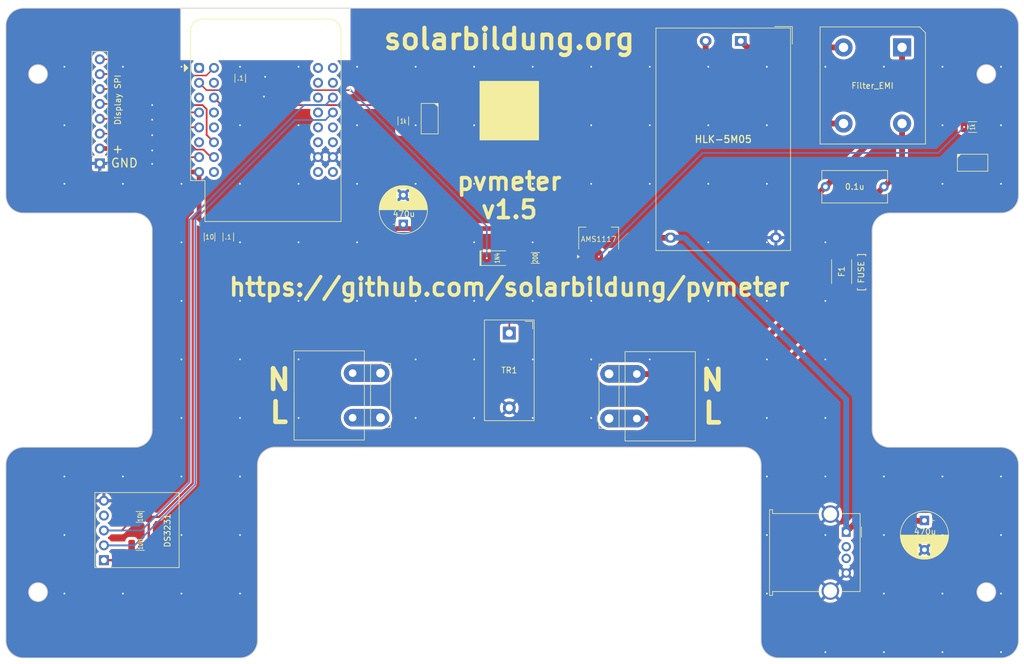
<source format=kicad_pcb>
(kicad_pcb (version 20241229) (generator "pcbnew") (generator_version "9.0")
  (title_block (title "PVMeter") (rev "1.4"))
  (layers (0 "F.Cu" signal) (2 "B.Cu" signal) (13 "F.Paste" user) (15 "B.Paste" user) (5 "F.SilkS" user "F.Silkscreen") (7 "B.SilkS" user "B.Silkscreen") (1 "F.Mask" user) (3 "B.Mask" user) (25 "Edge.Cuts" user))
  (net 0 "")
  (net 1 "+3V3")
  (net 2 "Net-(D1-A)")
  (net 3 "Net-(D2-A)")
  (net 4 "GND")
  (net 5 "LED")
  (net 7 "SCL")
  (net 8 "ADC1")
  (net 10 "MOSI")
  (net 18 "SDA")
  (net 22 "SCK")
  (net 27 "CS")
  (net 28 "BL")
  (net 32 "230V_N")
  (net 33 "230V_L")
  (net 34 "Net-(D3-A)")
  (net 35 "DC")
  (net 36 "RST")
  (net 37 "+5V")
  (net 38 "MISO")
  (net 40 "Net-(PS1-AC{slash}L)")
  (net 41 "Net-(PS1-AC{slash}N)")
  (net 42 "Net-(C6-Pad1)")
  (net 43 "230V_N2")
  (net 44 "230V_L2")
  (footprint "Resistor_SMD:R_1206_3216Metric" (layer "F.Cu") (at 137.9 60.2625 90)
    (property "Reference" "R2" (hide yes))
    (property "Value" "1k" (at -0.031 -0.005 0) (layer "F.SilkS") (effects (font (size 0.8 0.6) (thickness 0.12) (bold yes))))
    (pad "1" smd roundrect (at -1.4625 0 90) (size 1.125 1.75) (layers "F.Cu" "F.Mask" "F.Paste") (roundrect_rratio 0.2222222222) (net 5 "LED"))
    (pad "2" smd roundrect (at 1.4625 0 90) (size 1.125 1.75) (layers "F.Cu" "F.Mask" "F.Paste") (roundrect_rratio 0.2222222222) (net 3 "Net-(D2-A)"))
  )
  (footprint "pvmeter:LED_PLCC_2835_Handsoldering" (layer "F.Cu") (at 142.4 59.9675 90)
    (property "Reference" "D2" (hide yes))
    (property "Value" "LED")
    (pad "1" smd rect (at -1.05 0 90) (size 2.5 2.2) (layers "F.Cu" "F.Mask" "F.Paste") (net 4 "GND"))
    (pad "2" smd rect (at 1.525 0 90) (size 1.55 2.2) (layers "F.Cu" "F.Mask" "F.Paste") (net 3 "Net-(D2-A)"))
  )
  (footprint "Resistor_SMD:R_1206_3216Metric" (layer "F.Cu") (at 92.95 127.9)
    (property "Reference" "R4" (hide yes))
    (property "Value" "10k")
    (pad "1" smd roundrect (at -1.4625 0) (size 1.125 1.75) (layers "F.Cu" "F.Mask" "F.Paste") (roundrect_rratio 0.222222) (net 7 "SCL"))
    (pad "2" smd roundrect (at 1.4625 0) (size 1.125 1.75) (layers "F.Cu" "F.Mask" "F.Paste") (roundrect_rratio 0.222222) (net 1 "+3V3"))
  )
  (footprint "pvmeter:Solder-Terminal_1x02_P7.62" (layer "F.Cu") (at 173.04125 103.47 -90)
    (property "Reference" "J4" (hide yes))
    (property "Value" "Conn_01x02")
    (pad "1" thru_hole circle (at 0 0 270) (size 3 3) (drill 1.5) (layers "*.Cu" "*.Mask") (net 32 "230V_N"))
    (pad "2" thru_hole circle (at 7.62 0 270) (size 3 3) (drill 1.5) (layers "*.Cu" "*.Mask") (net 33 "230V_L"))
  )
  (footprint "Resistor_SMD:R_1206_3216Metric" (layer "F.Cu") (at 92.95 132.7)
    (property "Reference" "R3" (hide yes))
    (property "Value" "10k")
    (pad "1" smd roundrect (at -1.4625 0) (size 1.125 1.75) (layers "F.Cu" "F.Mask" "F.Paste") (roundrect_rratio 0.222222) (net 18 "SDA"))
    (pad "2" smd roundrect (at 1.4625 0) (size 1.125 1.75) (layers "F.Cu" "F.Mask" "F.Paste") (roundrect_rratio 0.222222) (net 1 "+3V3"))
  )
  (footprint "pvmeter:CP_Radial_D8.0mm_P5.00mm" (layer "F.Cu") (at 137.9 77.93 90)
    (property "Reference" "C3" (hide yes))
    (property "Value" "470uF")
    (pad "1" thru_hole rect (at 0 0 90) (size 1.6 1.6) (drill 0.8) (layers "*.Cu" "*.Mask") (net 1 "+3V3"))
    (pad "2" thru_hole circle (at 5 0 90) (size 1.6 1.6) (drill 0.8) (layers "*.Cu" "*.Mask") (net 4 "GND"))
  )
  (footprint "Package_TO_SOT_SMD:SOT-223" (layer "F.Cu") (at 171.275 80.3125 90)
    (property "Reference" "U3" (hide yes))
    (property "Value" "AMS1117" (at -0.15 0 0) (layer "F.SilkS") (effects (font (size 0.9 0.9) (thickness 0.12))))
    (pad "1" smd roundrect (at -3.15 -2.3 90) (size 2 1.5) (layers "F.Cu" "F.Mask" "F.Paste") (net 4 "GND"))
    (pad "2" smd roundrect (at -3.15 0 90) (size 2 1.5) (layers "F.Cu" "F.Mask" "F.Paste") (net 1 "+3V3"))
    (pad "3" smd roundrect (at -3.15 2.3 90) (size 2 1.5) (layers "F.Cu" "F.Mask" "F.Paste") (net 37 "+5V"))
    (pad "4" smd roundrect (at 3.15 0 90) (size 2 3.8) (layers "F.Cu" "F.Mask" "F.Paste"))
  )
  (footprint "Capacitor_SMD:C_1206_3216Metric_Pad1.33x1.80mm_HandSolder" (layer "F.Cu") (at 104.8 80.09 -90)
    (property "Reference" "C5" (hide yes))
    (property "Value" "10u")
    (pad "1" smd roundrect (at -1.5625 0 270) (size 1.325 1.8) (layers "F.Cu" "F.Mask" "F.Paste") (roundrect_rratio 0.188679) (net 1 "+3V3"))
    (pad "2" smd roundrect (at 1.5625 0 270) (size 1.325 1.8) (layers "F.Cu" "F.Mask" "F.Paste") (roundrect_rratio 0.188679) (net 4 "GND"))
  )
  (footprint "pvmeter:Diode_1N4001_5x2.5mm_HandSolder" (layer "F.Cu") (at 154.0825 83.7)
    (property "Reference" "D3" (hide yes))
    (property "Value" "1N4001")
    (pad "1" smd roundrect (at -1.925 0) (size 1.75 2) (layers "F.Cu" "F.Mask" "F.Paste") (roundrect_rratio 0.175439) (net 8 "ADC1"))
    (pad "2" smd roundrect (at 1.925 0) (size 1.8 2) (layers "F.Cu" "F.Mask" "F.Paste") (roundrect_rratio 0.175439) (net 34 "Net-(D3-A)"))
  )
  (footprint "pvmeter:WEMOS-S2-mini" (layer "F.Cu") (at 103.01 51.2)
    (property "Reference" "U1" (hide yes))
    (property "Value" "WeMos_S2_mini" (hide yes))
    (pad "1" thru_hole roundrect (at 0 0) (size 1.7 1.7) (drill 1) (layers "*.Cu" "*.Mask") (roundrect_rratio 0.35) (chamfer_ratio 0.2) (chamfer top_left bottom_right))
    (pad "2" thru_hole circle (at 0 2.54) (size 1.7 1.7) (drill 1) (layers "*.Cu" "*.Mask") (net 8 "ADC1"))
    (pad "3" thru_hole circle (at 0 5.08) (size 1.7 1.7) (drill 1) (layers "*.Cu" "*.Mask"))
    (pad "4" thru_hole circle (at 0 7.62) (size 1.7 1.7) (drill 1) (layers "*.Cu" "*.Mask") (net 35 "DC"))
    (pad "5" thru_hole circle (at 0 10.16) (size 1.7 1.7) (drill 1) (layers "*.Cu" "*.Mask") (net 36 "RST"))
    (pad "6" thru_hole circle (at 0 12.7) (size 1.7 1.7) (drill 1) (layers "*.Cu" "*.Mask") (net 38 "MISO"))
    (pad "7" thru_hole circle (at 0 15.24) (size 1.7 1.7) (drill 1) (layers "*.Cu" "*.Mask") (net 22 "SCK"))
    (pad "8" thru_hole circle (at 0 17.78) (size 1.7 1.7) (drill 1) (layers "*.Cu" "*.Mask") (net 1 "+3V3"))
    (pad "9" thru_hole circle (at 22.86 17.78) (size 1.7 1.7) (drill 1) (layers "*.Cu" "*.Mask"))
    (pad "10" thru_hole circle (at 22.86 15.24) (size 1.7 1.7) (drill 1) (layers "*.Cu" "*.Mask") (net 4 "GND"))
    (pad "11" thru_hole circle (at 22.86 12.7) (size 1.7 1.7) (drill 1) (layers "*.Cu" "*.Mask"))
    (pad "12" thru_hole circle (at 22.86 10.16) (size 1.7 1.7) (drill 1) (layers "*.Cu" "*.Mask"))
    (pad "13" thru_hole circle (at 22.86 7.62) (size 1.7 1.7) (drill 1) (layers "*.Cu" "*.Mask") (net 18 "SDA"))
    (pad "14" thru_hole circle (at 22.86 5.08) (size 1.7 1.7) (drill 1) (layers "*.Cu" "*.Mask") (net 7 "SCL"))
    (pad "15" thru_hole circle (at 22.86 2.54) (size 1.7 1.7) (drill 1) (layers "*.Cu" "*.Mask"))
    (pad "16" thru_hole circle (at 22.86 0) (size 1.7 1.7) (drill 1) (layers "*.Cu" "*.Mask"))
    (pad "17" thru_hole circle (at 2.54 0) (size 1.7 1.7) (drill 1) (layers "*.Cu" "*.Mask") (net 28 "BL"))
    (pad "18" thru_hole circle (at 2.54 2.54) (size 1.7 1.7) (drill 1) (layers "*.Cu" "*.Mask"))
    (pad "19" thru_hole circle (at 2.54 5.08) (size 1.7 1.7) (drill 1) (layers "*.Cu" "*.Mask") (net 5 "LED"))
    (pad "20" thru_hole circle (at 2.54 7.62) (size 1.7 1.7) (drill 1) (layers "*.Cu" "*.Mask"))
    (pad "21" thru_hole circle (at 2.54 10.16) (size 1.7 1.7) (drill 1) (layers "*.Cu" "*.Mask"))
    (pad "22" thru_hole circle (at 2.54 12.7) (size 1.7 1.7) (drill 1) (layers "*.Cu" "*.Mask") (net 27 "CS"))
    (pad "23" thru_hole circle (at 2.54 15.24) (size 1.7 1.7) (drill 1) (layers "*.Cu" "*.Mask") (net 10 "MOSI"))
    (pad "24" thru_hole circle (at 2.54 17.78) (size 1.7 1.7) (drill 1) (layers "*.Cu" "*.Mask"))
    (pad "25" thru_hole circle (at 20.32 17.78) (size 1.7 1.7) (drill 1) (layers "*.Cu" "*.Mask"))
    (pad "26" thru_hole circle (at 20.32 15.24) (size 1.7 1.7) (drill 1) (layers "*.Cu" "*.Mask") (net 4 "GND"))
    (pad "27" thru_hole circle (at 20.32 12.7) (size 1.7 1.7) (drill 1) (layers "*.Cu" "*.Mask"))
    (pad "28" thru_hole circle (at 20.32 10.16) (size 1.7 1.7) (drill 1) (layers "*.Cu" "*.Mask"))
    (pad "29" thru_hole circle (at 20.32 7.62) (size 1.7 1.7) (drill 1) (layers "*.Cu" "*.Mask"))
    (pad "30" thru_hole circle (at 20.32 5.08) (size 1.7 1.7) (drill 1) (layers "*.Cu" "*.Mask"))
    (pad "31" thru_hole circle (at 20.32 2.54) (size 1.7 1.7) (drill 1) (layers "*.Cu" "*.Mask"))
    (pad "32" thru_hole circle (at 20.32 0) (size 1.7 1.7) (drill 1) (layers "*.Cu" "*.Mask"))
  )
  (footprint "pvmeter:RTC_DS3231" (layer "F.Cu") (at 86.75 135.3 180)
    (property "Reference" "U2" (hide yes))
    (property "Value" "DS3231" (at -10.85 5.075 90) (layer "F.SilkS"))
    (pad "1" thru_hole rect (at 0 0 180) (size 1.7 1.7) (drill 1) (layers "*.Cu" "*.Mask") (net 1 "+3V3"))
    (pad "2" thru_hole oval (at 0 2.54 180) (size 1.7 1.7) (drill 1) (layers "*.Cu" "*.Mask") (net 18 "SDA"))
    (pad "3" thru_hole oval (at 0 5.08 180) (size 1.7 1.7) (drill 1) (layers "*.Cu" "*.Mask") (net 7 "SCL"))
    (pad "4" thru_hole oval (at 0 7.62 180) (size 1.7 1.7) (drill 1) (layers "*.Cu" "*.Mask"))
    (pad "5" thru_hole oval (at 0 10.16 180) (size 1.7 1.7) (drill 1) (layers "*.Cu" "*.Mask") (net 4 "GND"))
  )
  (footprint "Capacitor_THT:C_Rect_L11.0mm_W5.3mm_P10.00mm_MKT" (layer "F.Cu") (at 220.01 71.5 180)
    (property "Reference" "C6" (hide yes))
    (property "Value" "0.1u" (at 5 0 0) (layer "F.SilkS"))
    (pad "1" thru_hole circle (at 0 0 180) (size 1.6 1.6) (drill 0.8) (layers "*.Cu" "*.Mask") (net 42 "Net-(C6-Pad1)"))
    (pad "2" thru_hole circle (at 10 0 180) (size 1.6 1.6) (drill 0.8) (layers "*.Cu" "*.Mask") (net 32 "230V_N"))
  )
  (footprint "Capacitor_SMD:C_1206_3216Metric_Pad1.33x1.80mm_HandSolder" (layer "F.Cu") (at 110.04 52.98 90)
    (property "Reference" "C1" (hide yes))
    (property "Value" "100n")
    (pad "1" smd roundrect (at -1.5625 0 90) (size 1.325 1.8) (layers "F.Cu" "F.Mask" "F.Paste") (roundrect_rratio 0.188679) (net 8 "ADC1"))
    (pad "2" smd roundrect (at 1.5625 0 90) (size 1.325 1.8) (layers "F.Cu" "F.Mask" "F.Paste") (roundrect_rratio 0.188679) (net 4 "GND"))
  )
  (footprint "pvmeter:HLK-5MXX" (layer "F.Cu") (at 192.55 63.4 -90)
    (property "Reference" "PS1" (hide yes))
    (property "Value" "HLK-5M05" (at 0 0 0) (layer "F.SilkS") (effects (font (size 1.2 1.2) (thickness 0.2) (bold yes))))
    (pad "1" thru_hole oval (at -16.8 3 270) (size 1.7 2) (drill 1) (layers "*.Cu" "*.Mask") (net 40 "Net-(PS1-AC{slash}L)"))
    (pad "2" thru_hole rect (at -16.8 -3 270) (size 1.7 2) (drill 1) (layers "*.Cu" "*.Mask") (net 41 "Net-(PS1-AC{slash}N)"))
    (pad "3" thru_hole oval (at 16.8 -9 270) (size 1.7 2) (drill 1) (layers "*.Cu" "*.Mask") (net 4 "GND"))
    (pad "4" thru_hole oval (at 16.8 9 270) (size 1.7 2) (drill 1) (layers "*.Cu" "*.Mask") (net 37 "+5V"))
  )
  (footprint "pvmeter:CP_Radial_D8.0mm_P5.00mm" (layer "F.Cu") (at 226.92 128.51 -90)
    (property "Reference" "C2" (hide yes))
    (property "Value" "470uF")
    (pad "1" thru_hole rect (at 0 0 270) (size 1.6 1.6) (drill 0.8) (layers "*.Cu" "*.Mask") (net 37 "+5V"))
    (pad "2" thru_hole circle (at 5 0 270) (size 1.6 1.6) (drill 0.8) (layers "*.Cu" "*.Mask") (net 4 "GND"))
  )
  (footprint "pvmeter:Terminal_1x02_P7.62mm" (layer "F.Cu") (at 177.785 103.49 -90)
    (property "Reference" "J2" (hide yes))
    (property "Value" "AC 230V")
    (pad "1" thru_hole circle (at 0 0 270) (size 3 3) (drill 1.3) (layers "*.Cu" "*.Mask") (net 32 "230V_N"))
    (pad "2" thru_hole circle (at 7.62 0 270) (size 3 3) (drill 1.3) (layers "*.Cu" "*.Mask") (net 33 "230V_L"))
  )
  (footprint "pvmeter:Transformer_TA12-100" (layer "F.Cu") (at 156 96.5125 -90)
    (property "Reference" "TR1" (at 6.35 0 0) (layer "F.SilkS"))
    (property "Value" "TA12-100")
    (pad "1" thru_hole rect (at 0 0 270) (size 2.2 2.2) (drill 1.2) (layers "*.Cu" "*.Mask") (net 34 "Net-(D3-A)"))
    (pad "2" thru_hole circle (at 12.75 0 270) (size 2.2 2.2) (drill 1.2) (layers "*.Cu" "*.Mask") (net 4 "GND"))
  )
  (footprint "Connector_PinHeader_2.54mm:PinHeader_1x08_P2.54mm_Vertical" (layer "F.Cu") (at 86.05 67.51 180)
    (property "Reference" "J6")
    (property "Value" "Display SPI" (at -3.075 10.86 90) (layer "F.SilkS"))
    (pad "1" thru_hole rect (at 0 0 180) (size 1.7 1.7) (drill 1) (layers "*.Cu" "*.Mask") (net 4 "GND"))
    (pad "2" thru_hole oval (at 0 2.54 180) (size 1.7 1.7) (drill 1) (layers "*.Cu" "*.Mask") (net 1 "+3V3"))
    (pad "3" thru_hole oval (at 0 5.08 180) (size 1.7 1.7) (drill 1) (layers "*.Cu" "*.Mask") (net 22 "SCK"))
    (pad "4" thru_hole oval (at 0 7.62 180) (size 1.7 1.7) (drill 1) (layers "*.Cu" "*.Mask") (net 10 "MOSI"))
    (pad "5" thru_hole oval (at 0 10.16 180) (size 1.7 1.7) (drill 1) (layers "*.Cu" "*.Mask") (net 36 "RST"))
    (pad "6" thru_hole oval (at 0 12.7 180) (size 1.7 1.7) (drill 1) (layers "*.Cu" "*.Mask") (net 35 "DC"))
    (pad "7" thru_hole oval (at 0 15.24 180) (size 1.7 1.7) (drill 1) (layers "*.Cu" "*.Mask") (net 27 "CS"))
    (pad "8" thru_hole oval (at 0 17.78 180) (size 1.7 1.7) (drill 1) (layers "*.Cu" "*.Mask") (net 28 "BL"))
  )
  (footprint "Capacitor_SMD:C_1206_3216Metric_Pad1.33x1.80mm_HandSolder" (layer "F.Cu") (at 108 80.09 -90)
    (property "Reference" "C4" (hide yes))
    (property "Value" "100n")
    (pad "1" smd roundrect (at -1.5625 0 270) (size 1.325 1.8) (layers "F.Cu" "F.Mask" "F.Paste") (roundrect_rratio 0.188679) (net 1 "+3V3"))
    (pad "2" smd roundrect (at 1.5625 0 270) (size 1.325 1.8) (layers "F.Cu" "F.Mask" "F.Paste") (roundrect_rratio 0.188679) (net 4 "GND"))
  )
  (footprint "Resistor_SMD:R_1206_3216Metric" (layer "F.Cu") (at 160.4525 83.67 180)
    (property "Reference" "R5" (hide yes))
    (property "Value" "200")
    (pad "1" smd roundrect (at -1.4625 0 180) (size 1.125 1.75) (layers "F.Cu" "F.Mask" "F.Paste") (roundrect_rratio 0.222222) (net 4 "GND"))
    (pad "2" smd roundrect (at 1.4625 0 180) (size 1.125 1.75) (layers "F.Cu" "F.Mask" "F.Paste") (roundrect_rratio 0.222222) (net 34 "Net-(D3-A)"))
  )
  (footprint "Connector_USB:USB_A_Molex_67643_Horizontal" (layer "F.Cu") (at 213.56 130.4934 -90)
    (property "Reference" "J5" (hide yes))
    (property "Value" "USB_A")
    (pad "1" thru_hole rect (at 0 0 270) (size 1.6 1.5) (drill 0.95) (layers "*.Cu" "*.Mask") (net 37 "+5V"))
    (pad "2" thru_hole circle (at 2.5 0 270) (size 1.6 1.6) (drill 0.95) (layers "*.Cu" "*.Mask"))
    (pad "3" thru_hole circle (at 4.5 0 270) (size 1.6 1.6) (drill 0.95) (layers "*.Cu" "*.Mask"))
    (pad "4" thru_hole circle (at 7 0 270) (size 1.6 1.6) (drill 0.95) (layers "*.Cu" "*.Mask") (net 4 "GND"))
    (pad "5" thru_hole circle (at -3.07 2.71 270) (size 3 3) (drill 2.3) (layers "*.Cu" "*.Mask") (net 4 "GND"))
    (pad "5" thru_hole circle (at 10.07 2.71 270) (size 3 3) (drill 2.3) (layers "*.Cu" "*.Mask") (net 4 "GND"))
  )
  (footprint "Fuse:Fuse_2512_6332Metric_Pad1.52x3.35mm_HandSolder" (layer "F.Cu") (at 212.78 86 90)
    (property "Reference" "F1" (at 0 0 90) (layer "F.SilkS"))
    (property "Value" "Fuse_Small")
    (pad "1" smd roundrect (at -2.9875 0 90) (size 1.525 3.35) (layers "F.Cu" "F.Mask" "F.Paste") (roundrect_rratio 0.163934) (net 33 "230V_L"))
    (pad "2" smd roundrect (at 2.9875 0 90) (size 1.525 3.35) (layers "F.Cu" "F.Mask" "F.Paste") (roundrect_rratio 0.163934) (net 42 "Net-(C6-Pad1)"))
  )
  (footprint "Resistor_SMD:R_1206_3216Metric" (layer "F.Cu") (at 235.1375 61.3)
    (property "Reference" "R1" (hide yes))
    (property "Value" "1k" (at 0 0 90) (layer "F.SilkS") (effects (font (size 0.8 0.6) (thickness 0.12) (bold yes))))
    (pad "1" smd roundrect (at -1.4625 0) (size 1.125 1.75) (layers "F.Cu" "F.Mask" "F.Paste") (roundrect_rratio 0.222222) (net 1 "+3V3"))
    (pad "2" smd roundrect (at 1.4625 0) (size 1.125 1.75) (layers "F.Cu" "F.Mask" "F.Paste") (roundrect_rratio 0.222222) (net 2 "Net-(D1-A)"))
  )
  (footprint "pvmeter:LED_PLCC_2835_Handsoldering" (layer "F.Cu") (at 235.25 67.4 180)
    (property "Reference" "D1" (hide yes))
    (property "Value" "LED")
    (pad "1" smd rect (at -1.05 0 180) (size 2.5 2.2) (layers "F.Cu" "F.Mask" "F.Paste") (net 4 "GND"))
    (pad "2" smd rect (at 1.525 0 180) (size 1.55 2.2) (layers "F.Cu" "F.Mask" "F.Paste") (net 2 "Net-(D1-A)"))
  )
  (footprint "pvmeter:Terminal_1x02_P7.62mm" (layer "F.Cu") (at 129.24 110.96 90)
    (property "Reference" "J1" (hide yes))
    (property "Value" "AC 230V")
    (pad "1" thru_hole circle (at 0 0 90) (size 3 3) (drill 1.3) (layers "*.Cu" "*.Mask") (net 44 "230V_L2"))
    (pad "2" thru_hole circle (at 7.62 0 90) (size 3 3) (drill 1.3) (layers "*.Cu" "*.Mask") (net 43 "230V_N2"))
  )
  (footprint "pvmeter:L_CommonMode_18x20mm_P10x13mm" (layer "F.Cu") (at 218.1 54.2 -90)
    (property "Reference" "FL1")
    (property "Value" "Filter_EMI" (at 0.05 0.05 0) (layer "F.SilkS"))
    (pad "1" thru_hole circle (at 6.5 -5 270) (size 3.1 3.1) (drill 1.6) (layers "*.Cu" "*.Mask") (net 42 "Net-(C6-Pad1)"))
    (pad "2" thru_hole circle (at 6.5 5 270) (size 3.1 3.1) (drill 1.6) (layers "*.Cu" "*.Mask") (net 40 "Net-(PS1-AC{slash}L)"))
    (pad "3" thru_hole rect (at -6.5 -5 270) (size 3.1 3.1) (drill 1.6) (layers "*.Cu" "*.Mask") (net 32 "230V_N"))
    (pad "4" thru_hole circle (at -6.5 5 270) (size 3.1 3.1) (drill 1.6) (layers "*.Cu" "*.Mask") (net 41 "Net-(PS1-AC{slash}N)"))
  )
  (footprint "pvmeter:Solder-Terminal_1x02_P7.62" (layer "F.Cu") (at 134.01 110.96 90)
    (property "Reference" "J3" (hide yes))
    (property "Value" "Conn_01x02")
    (pad "1" thru_hole circle (at 0 0 90) (size 3 3) (drill 1.5) (layers "*.Cu" "*.Mask") (net 44 "230V_L2"))
    (pad "2" thru_hole circle (at 7.62 0 90) (size 3 3) (drill 1.5) (layers "*.Cu" "*.Mask") (net 43 "230V_N2"))
  )
  (gr_rect (start 151 53.5) (end 161 63.5) (stroke (width 0.15)) (fill yes) (layer "F.SilkS"))
  (gr_line (start 243 149) (end 243 119) (stroke (width 0.15)) (layer "Edge.Cuts"))
  (gr_line (start 240 41) (end 73 41) (stroke (width 0.15)) (layer "Edge.Cuts"))
  (gr_arc (start 70 44) (mid 70.87868 41.87868) (end 73 41) (stroke (width 0.15)) (layer "Edge.Cuts"))
  (gr_circle (center 237.5 140.75) (end 239.1 140.75) (stroke (width 0.15)) (fill no) (layer "Edge.Cuts"))
  (gr_arc (start 221 116) (mid 218.87868 115.12132) (end 218 113) (stroke (width 0.15)) (layer "Edge.Cuts"))
  (gr_arc (start 92 76) (mid 94.12132 76.87868) (end 95 79) (stroke (width 0.15)) (layer "Edge.Cuts"))
  (gr_arc (start 113 119) (mid 113.87868 116.87868) (end 116 116) (stroke (width 0.15)) (layer "Edge.Cuts"))
  (gr_line (start 95 113) (end 95 79) (stroke (width 0.15)) (layer "Edge.Cuts"))
  (gr_line (start 243 73) (end 243 44) (stroke (width 0.15)) (layer "Edge.Cuts"))
  (gr_line (start 199 149) (end 199 119) (stroke (width 0.15)) (layer "Edge.Cuts"))
  (gr_arc (start 243 149) (mid 242.12132 151.12132) (end 240 152) (stroke (width 0.15)) (layer "Edge.Cuts"))
  (gr_line (start 240 152) (end 202 152) (stroke (width 0.15)) (layer "Edge.Cuts"))
  (gr_line (start 221 76) (end 240 76) (stroke (width 0.15)) (layer "Edge.Cuts"))
  (gr_arc (start 95 113) (mid 94.12132 115.12132) (end 92 116) (stroke (width 0.15)) (layer "Edge.Cuts"))
  (gr_arc (start 73 152) (mid 70.87868 151.12132) (end 70 149) (stroke (width 0.15)) (layer "Edge.Cuts"))
  (gr_arc (start 196 116) (mid 198.12132 116.87868) (end 199 119) (stroke (width 0.15)) (layer "Edge.Cuts"))
  (gr_line (start 73 76) (end 92 76) (stroke (width 0.15)) (layer "Edge.Cuts"))
  (gr_arc (start 240 116) (mid 242.12132 116.87868) (end 243 119) (stroke (width 0.15)) (layer "Edge.Cuts"))
  (gr_line (start 73 116) (end 92 116) (stroke (width 0.15)) (layer "Edge.Cuts"))
  (gr_line (start 73 152) (end 110 152) (stroke (width 0.15)) (layer "Edge.Cuts"))
  (gr_circle (center 237.5 52.25) (end 239.1 52.25) (stroke (width 0.15)) (fill no) (layer "Edge.Cuts"))
  (gr_arc (start 202 152) (mid 199.87868 151.12132) (end 199 149) (stroke (width 0.15)) (layer "Edge.Cuts"))
  (gr_line (start 218 113) (end 218 79) (stroke (width 0.15)) (layer "Edge.Cuts"))
  (gr_line (start 196 116) (end 116 116) (stroke (width 0.15)) (layer "Edge.Cuts"))
  (gr_line (start 113 149) (end 113 119) (stroke (width 0.15)) (layer "Edge.Cuts"))
  (gr_circle (center 75.5 140.75) (end 77.1 140.75) (stroke (width 0.15)) (fill no) (layer "Edge.Cuts"))
  (gr_arc (start 73 76) (mid 70.87868 75.12132) (end 70 73) (stroke (width 0.15)) (layer "Edge.Cuts"))
  (gr_arc (start 240 41) (mid 242.12132 41.87868) (end 243 44) (stroke (width 0.15)) (layer "Edge.Cuts"))
  (gr_arc (start 243 73) (mid 242.12132 75.12132) (end 240 76) (stroke (width 0.15)) (layer "Edge.Cuts"))
  (gr_circle (center 75.5 52.25) (end 77.1 52.25) (stroke (width 0.15)) (fill no) (layer "Edge.Cuts"))
  (gr_line (start 70 149) (end 70 119) (stroke (width 0.15)) (layer "Edge.Cuts"))
  (gr_arc (start 113 149) (mid 112.12132 151.12132) (end 110 152) (stroke (width 0.15)) (layer "Edge.Cuts"))
  (gr_line (start 221 116) (end 240 116) (stroke (width 0.15)) (layer "Edge.Cuts"))
  (gr_line (start 70 73) (end 70 44) (stroke (width 0.15)) (layer "Edge.Cuts"))
  (gr_arc (start 218 79) (mid 218.87868 76.87868) (end 221 76) (stroke (width 0.15)) (layer "Edge.Cuts"))
  (gr_arc (start 70 119) (mid 70.87868 116.87868) (end 73 116) (stroke (width 0.15)) (layer "Edge.Cuts"))
  (gr_text "[ FUSE ]" (at 216.11 86.1 90) (layer "F.SilkS") (effects (font (size 1 1))))
  (gr_text "https://github.com/solarbildung/pvmeter" (at 156 88.65 0) (layer "F.SilkS") (effects (font (size 3 3) (thickness 0.6) (bold yes))))
  (gr_text "N\nL" (at 116.66 107.26 0) (layer "F.SilkS") (effects (font (size 3.5 3.5) (thickness 0.8) (bold yes))))
  (gr_text "470u" (at 137.99 76.14 0) (layer "F.SilkS") (effects (font (size 1 1))))
  (gr_text "1N4" (at 153.94 83.7 90) (layer "F.SilkS") (effects (font (size 0.8 0.6) (thickness 0.12) (bold yes))))
  (gr_text "10" (at 104.82 80.09 0) (layer "F.SilkS") (effects (font (size 0.8 0.8) (thickness 0.12))))
  (gr_text "10k" (at 92.95 127.9 90) (layer "F.SilkS") (effects (font (size 0.8 0.6) (thickness 0.12) (bold yes))))
  (gr_text "+  \nGND" (at 90.25 66.24 0) (layer "F.SilkS") (effects (font (size 1.5 1.5) (thickness 0.2))))
  (gr_text "470u" (at 227.02 130.42 0) (layer "F.SilkS") (effects (font (size 1 1))))
  (gr_text "solarbildung.org" (at 156 46.25 0) (layer "F.SilkS") (effects (font (size 3.5 3.5) (thickness 0.7) (bold yes))))
  (gr_text "pvmeter\n v1.5 " (at 156 73 0) (layer "F.SilkS") (effects (font (size 3 3) (thickness 0.6) (bold yes))))
  (gr_text ".1" (at 107.96 80.09 0) (layer "F.SilkS") (effects (font (size 0.8 0.8) (thickness 0.12))))
  (gr_text "N\nL" (at 190.7 107.35 0) (layer "F.SilkS") (effects (font (size 3.5 3.5) (thickness 0.8) (bold yes))))
  (gr_text ".1" (at 110.06 52.95 0) (layer "F.SilkS") (effects (font (size 0.8 0.8) (thickness 0.12))))
  (gr_text "200" (at 160.4525 83.67 90) (layer "F.SilkS") (effects (font (size 0.8 0.6) (thickness 0.12) (bold yes))))
  (gr_text "10k" (at 93 132.7 90) (layer "F.SilkS") (effects (font (size 0.8 0.6) (thickness 0.12) (bold yes))))
  (segment (start 86.05 64.97) (end 87.67 64.97) (width 0.8) (layer "F.Cu") (net 1))
  (segment (start 137.1 78.647349) (end 104.672349 78.647349) (width 0.8) (layer "F.Cu") (net 1))
  (segment (start 167.397349 78.647349) (end 137.1 78.647349) (width 0.8) (layer "F.Cu") (net 1))
  (segment (start 94.4125 132.7) (end 94.4125 127.9) (width 0.4) (layer "F.Cu") (net 1))
  (segment (start 87.67 64.97) (end 91.68 68.98) (width 0.8) (layer "F.Cu") (net 1))
  (segment (start 93.05 135.3) (end 94.4125 133.9375) (width 0.4) (layer "F.Cu") (net 1))
  (segment (start 104.672349 78.647349) (end 103.01 76.985) (width 0.8) (layer "F.Cu") (net 1))
  (segment (start 171.275 83.4625) (end 171.275 82.525) (width 0.8) (layer "F.Cu") (net 1))
  (segment (start 94.4125 133.9375) (end 94.4125 132.7) (width 0.4) (layer "F.Cu") (net 1))
  (segment (start 101.92 77.1) (end 103.01 76.01) (width 0.4) (layer "F.Cu") (net 1))
  (segment (start 101.92 122.17) (end 101.92 77.1) (width 0.4) (layer "F.Cu") (net 1))
  (segment (start 103.01 76.985) (end 103.01 68.98) (width 0.8) (layer "F.Cu") (net 1))
  (segment (start 94.4125 127.9) (end 96.19 127.9) (width 0.4) (layer "F.Cu") (net 1))
  (segment (start 86.75 135.3) (end 93.05 135.3) (width 0.4) (layer "F.Cu") (net 1))
  (segment (start 91.68 68.98) (end 103.01 68.98) (width 0.8) (layer "F.Cu") (net 1))
  (segment (start 96.19 127.9) (end 101.92 122.17) (width 0.4) (layer "F.Cu") (net 1))
  (segment (start 171.275 82.525) (end 167.397349 78.647349) (width 0.8) (layer "F.Cu") (net 1))
  (via (at 171.3 83.425) (size 0.45) (drill 0.3) (layers "F.Cu" "B.Cu") (net 1))
  (via (at 233.7 61.3) (size 0.45) (drill 0.3) (layers "F.Cu" "B.Cu") (net 1))
  (segment (start 171.325 83.425) (end 189.03 65.72) (width 0.3) (layer "B.Cu") (net 1))
  (segment (start 229.28 65.72) (end 233.7 61.3) (width 0.3) (layer "B.Cu") (net 1))
  (segment (start 189.03 65.72) (end 229.28 65.72) (width 0.3) (layer "B.Cu") (net 1))
  (segment (start 171.3 83.425) (end 171.325 83.425) (width 0.3) (layer "B.Cu") (net 1))
  (segment (start 236.6 62.425) (end 233.675 65.35) (width 0.3) (layer "F.Cu") (net 2))
  (segment (start 233.675 65.35) (end 233.675 67.35) (width 0.3) (layer "F.Cu") (net 2))
  (segment (start 236.6 61.3) (end 236.6 62.425) (width 0.3) (layer "F.Cu") (net 2))
  (segment (start 233.675 67.35) (end 233.725 67.4) (width 0.3) (layer "F.Cu") (net 2))
  (segment (start 142.0425 58.8) (end 142.4 58.4425) (width 0.25) (layer "F.Cu") (net 3))
  (segment (start 138.3 58.8) (end 142.0425 58.8) (width 0.25) (layer "F.Cu") (net 3))
  (via (at 80 141) (size 0.45) (drill 0.3) (layers "F.Cu" "B.Cu") (net 4))
  (via (at 140 51) (size 0.45) (drill 0.3) (layers "F.Cu" "B.Cu") (net 4))
  (via (at 220 131) (size 0.45) (drill 0.3) (layers "F.Cu" "B.Cu") (net 4))
  (via (at 240 51) (size 0.45) (drill 0.3) (layers "F.Cu" "B.Cu") (net 4))
  (via (at 100 91) (size 0.45) (drill 0.3) (layers "F.Cu" "B.Cu") (net 4))
  (via (at 100 111) (size 0.45) (drill 0.3) (layers "F.Cu" "B.Cu") (net 4))
  (via (at 210 91) (size 0.45) (drill 0.3) (layers "F.Cu" "B.Cu") (net 4))
  (via (at 210 81) (size 0.45) (drill 0.3) (layers "F.Cu" "B.Cu") (net 4))
  (via (at 220 141) (size 0.45) (drill 0.3) (layers "F.Cu" "B.Cu") (net 4))
  (via (at 240 151) (size 0.45) (drill 0.3) (layers "F.Cu" "B.Cu") (net 4))
  (via (at 110 141) (size 0.45) (drill 0.3) (layers "F.Cu" "B.Cu") (net 4))
  (via (at 100 131) (size 0.45) (drill 0.3) (layers "F.Cu" "B.Cu") (net 4))
  (via (at 95 65.3) (size 0.45) (drill 0.3) (layers "F.Cu" "B.Cu") (net 4))
  (via (at 95 60.05) (size 0.45) (drill 0.3) (layers "F.Cu" "B.Cu") (net 4))
  (via (at 80 131) (size 0.45) (drill 0.3) (layers "F.Cu" "B.Cu") (net 4))
  (via (at 160 111) (size 0.45) (drill 0.3) (layers "F.Cu" "B.Cu") (net 4))
  (via (at 130 71) (size 0.45) (drill 0.3) (layers "F.Cu" "B.Cu") (net 4))
  (via (at 210 101) (size 0.45) (drill 0.3) (layers "F.Cu" "B.Cu") (net 4))
  (via (at 170 111) (size 0.45) (drill 0.3) (layers "F.Cu" "B.Cu") (net 4))
  (via (at 210 131) (size 0.45) (drill 0.3) (layers "F.Cu" "B.Cu") (net 4))
  (via (at 110 91) (size 0.45) (drill 0.3) (layers "F.Cu" "B.Cu") (net 4))
  (via (at 150 71) (size 0.45) (drill 0.3) (layers "F.Cu" "B.Cu") (net 4))
  (via (at 90 141) (size 0.45) (drill 0.3) (layers "F.Cu" "B.Cu") (net 4))
  (via (at 200 141) (size 0.45) (drill 0.3) (layers "F.Cu" "B.Cu") (net 4))
  (via (at 80 51) (size 0.45) (drill 0.3) (layers "F.Cu" "B.Cu") (net 4))
  (via (at 110 101) (size 0.45) (drill 0.3) (layers "F.Cu" "B.Cu") (net 4))
  (via (at 190 71) (size 0.45) (drill 0.3) (layers "F.Cu" "B.Cu") (net 4))
  (via (at 240 71) (size 0.45) (drill 0.3) (layers "F.Cu" "B.Cu") (net 4))
  (via (at 150 81) (size 0.45) (drill 0.3) (layers "F.Cu" "B.Cu") (net 4))
  (via (at 220 51) (size 0.45) (drill 0.3) (layers "F.Cu" "B.Cu") (net 4))
  (via (at 90 71) (size 0.45) (drill 0.3) (layers "F.Cu" "B.Cu") (net 4))
  (via (at 200 111) (size 0.45) (drill 0.3) (layers "F.Cu" "B.Cu") (net 4))
  (via (at 180 91) (size 0.45) (drill 0.3) (layers "F.Cu" "B.Cu") (net 4))
  (via (at 90 121) (size 0.45) (drill 0.3) (layers "F.Cu" "B.Cu") (net 4))
  (via (at 220 151) (size 0.45) (drill 0.3) (layers "F.Cu" "B.Cu") (net 4))
  (via (at 180 71) (size 0.45) (drill 0.3) (layers "F.Cu" "B.Cu") (net 4))
  (via (at 130 51) (size 0.45) (drill 0.3) (layers "F.Cu" "B.Cu") (net 4))
  (via (at 200 61) (size 0.45) (drill 0.3) (layers "F.Cu" "B.Cu") (net 4))
  (via (at 190 51) (size 0.45) (drill 0.3) (layers "F.Cu" "B.Cu") (net 4))
  (via (at 100 121) (size 0.45) (drill 0.3) (layers "F.Cu" "B.Cu") (net 4))
  (via (at 190 81) (size 0.45) (drill 0.3) (layers "F.Cu" "B.Cu") (net 4))
  (via (at 150 51) (size 0.45) (drill 0.3) (layers "F.Cu" "B.Cu") (net 4))
  (via (at 200 101) (size 0.45) (drill 0.3) (layers "F.Cu" "B.Cu") (net 4))
  (via (at 114.1 56.1) (size 0.45) (drill 0.3) (layers "F.Cu" "B.Cu") (net 4))
  (via (at 200 51) (size 0.45) (drill 0.3) (layers "F.Cu" "B.Cu") (net 4))
  (via (at 120 111) (size 0.45) (drill 0.3) (layers "F.Cu" "B.Cu") (net 4))
  (via (at 95 57.55) (size 0.45) (drill 0.3) (layers "F.Cu" "B.Cu") (net 4))
  (via (at 180 61) (size 0.45) (drill 0.3) (layers "F.Cu" "B.Cu") (net 4))
  (via (at 160 101) (size 0.45) (drill 0.3) (layers "F.Cu" "B.Cu") (net 4))
  (via (at 150 91) (size 0.45) (drill 0.3) (layers "F.Cu" "B.Cu") (net 4))
  (via (at 210 121) (size 0.45) (drill 0.3) (layers "F.Cu" "B.Cu") (net 4))
  (via (at 90 51) (size 0.45) (drill 0.3) (layers "F.Cu" "B.Cu") (net 4))
  (via (at 140 61) (size 0.45) (drill 0.3) (layers "F.Cu" "B.Cu") (net 4))
  (via (at 230 151) (size 0.45) (drill 0.3) (layers "F.Cu" "B.Cu") (net 4))
  (via (at 170 71) (size 0.45) (drill 0.3) (layers "F.Cu" "B.Cu") (net 4))
  (via (at 110 121) (size 0.45) (drill 0.3) (layers "F.Cu" "B.Cu") (net 4))
  (via (at 200 81) (size 0.45) (drill 0.3) (layers "F.Cu" "B.Cu") (net 4))
  (via (at 160 71) (size 0.45) (drill 0.3) (layers "F.Cu" "B.Cu") (net 4))
  (via (at 110 61) (size 0.45) (drill 0.3) (layers "F.Cu" "B.Cu") (net 4))
  (via (at 150 101) (size 0.45) (drill 0.3) (layers "F.Cu" "B.Cu") (net 4))
  (via (at 220 121) (size 0.45) (drill 0.3) (layers "F.Cu" "B.Cu") (net 4))
  (via (at 200 131) (size 0.45) (drill 0.3) (layers "F.Cu" "B.Cu") (net 4))
  (via (at 110 131) (size 0.45) (drill 0.3) (layers "F.Cu" "B.Cu") (net 4))
  (via (at 95 62.7) (size 0.45) (drill 0.3) (layers "F.Cu" "B.Cu") (net 4))
  (via (at 170 101) (size 0.45) (drill 0.3) (layers "F.Cu" "B.Cu") (net 4))
  (via (at 230 141) (size 0.45) (drill 0.3) (layers "F.Cu" "B.Cu") (net 4))
  (via (at 100 71) (size 0.45) (drill 0.3) (layers "F.Cu" "B.Cu") (net 4))
  (via (at 160 81) (size 0.45) (drill 0.3) (layers "F.Cu" "B.Cu") (net 4))
  (via (at 230 71) (size 0.45) (drill 0.3) (layers "F.Cu" "B.Cu") (net 4))
  (via (at 210 151) (size 0.45) (drill 0.3) (layers "F.Cu" "B.Cu") (net 4))
  (via (at 170 91) (size 0.45) (drill 0.3) (layers "F.Cu" "B.Cu") (net 4))
  (via (at 230 61) (size 0.45) (drill 0.3) (layers "F.Cu" "B.Cu") (net 4))
  (via (at 110 111) (size 0.45) (drill 0.3) (layers "F.Cu" "B.Cu") (net 4))
  (via (at 114.3 52.720391) (size 0.45) (drill 0.3) (layers "F.Cu" "B.Cu") (net 4))
  (via (at 130 61) (size 0.45) (drill 0.3) (layers "F.Cu" "B.Cu") (net 4))
  (via (at 150 111) (size 0.45) (drill 0.3) (layers "F.Cu" "B.Cu") (net 4))
  (via (at 200 91) (size 0.45) (drill 0.3) (layers "F.Cu" "B.Cu") (net 4))
  (via (at 140 101) (size 0.45) (drill 0.3) (layers "F.Cu" "B.Cu") (net 4))
  (via (at 140 111) (size 0.45) (drill 0.3) (layers "F.Cu" "B.Cu") (net 4))
  (via (at 240 131) (size 0.45) (drill 0.3) (layers "F.Cu" "B.Cu") (net 4))
  (via (at 240 61) (size 0.45) (drill 0.3) (layers "F.Cu" "B.Cu") (net 4))
  (via (at 210 111) (size 0.45) (drill 0.3) (layers "F.Cu" "B.Cu") (net 4))
  (via (at 180 51) (size 0.45) (drill 0.3) (layers "F.Cu" "B.Cu") (net 4))
  (via (at 210 51) (size 0.45) (drill 0.3) (layers "F.Cu" "B.Cu") (net 4))
  (via (at 180 101) (size 0.45) (drill 0.3) (layers "F.Cu" "B.Cu") (net 4))
  (via (at 120 101) (size 0.45) (drill 0.3) (layers "F.Cu" "B.Cu") (net 4))
  (via (at 240 121) (size 0.45) (drill 0.3) (layers "F.Cu" "B.Cu") (net 4))
  (via (at 110 81) (size 0.45) (drill 0.3) (layers "F.Cu" "B.Cu") (net 4))
  (via (at 80 71) (size 0.45) (drill 0.3) (layers "F.Cu" "B.Cu") (net 4))
  (via (at 170 61) (size 0.45) (drill 0.3) (layers "F.Cu" "B.Cu") (net 4))
  (via (at 230 131) (size 0.45) (drill 0.3) (layers "F.Cu" "B.Cu") (net 4))
  (via (at 190 91) (size 0.45) (drill 0.3) (layers "F.Cu" "B.Cu") (net 4))
  (via (at 110 51) (size 0.45) (drill 0.3) (layers "F.Cu" "B.Cu") (net 4))
  (via (at 120 61) (size 0.45) (drill 0.3) (layers "F.Cu" "B.Cu") (net 4))
  (via (at 240 141) (size 0.45) (drill 0.3) (layers "F.Cu" "B.Cu") (net 4))
  (via (at 100 141) (size 0.45) (drill 0.3) (layers "F.Cu" "B.Cu") (net 4))
  (via (at 95 67.6) (size 0.45) (drill 0.3) (layers "F.Cu" "B.Cu") (net 4))
  (via (at 160 51) (size 0.45) (drill 0.3) (layers "F.Cu" "B.Cu") (net 4))
  (via (at 110 71) (size 0.45) (drill 0.3) (layers "F.Cu" "B.Cu") (net 4))
  (via (at 120 51) (size 0.45) (drill 0.3) (layers "F.Cu" "B.Cu") (net 4))
  (via (at 130 81) (size 0.45) (drill 0.3) (layers "F.Cu" "B.Cu") (net 4))
  (via (at 80 61) (size 0.45) (drill 0.3) (layers "F.Cu" "B.Cu") (net 4))
  (via (at 120 81) (size 0.45) (drill 0.3) (layers "F.Cu" "B.Cu") (net 4))
  (via (at 100 51) (size 0.45) (drill 0.3) (layers "F.Cu" "B.Cu") (net 4))
  (via (at 140 71) (size 0.45) (drill 0.3) (layers "F.Cu" "B.Cu") (net 4))
  (via (at 170 51) (size 0.45) (drill 0.3) (layers "F.Cu" "B.Cu") (net 4))
  (via (at 130 91) (size 0.45) (drill 0.3) (layers "F.Cu" "B.Cu") (net 4))
  (via (at 190 61) (size 0.45) (drill 0.3) (layers "F.Cu" "B.Cu") (net 4))
  (via (at 200 71) (size 0.45) (drill 0.3) (layers "F.Cu" "B.Cu") (net 4))
  (via (at 100 81) (size 0.45) (drill 0.3) (layers "F.Cu" "B.Cu") (net 4))
  (via (at 150 61) (size 0.45) (drill 0.3) (layers "F.Cu" "B.Cu") (net 4))
  (via (at 190 101) (size 0.45) (drill 0.3) (layers "F.Cu" "B.Cu") (net 4))
  (via (at 160 91) (size 0.45) (drill 0.3) (layers "F.Cu" "B.Cu") (net 4))
  (via (at 230 51) (size 0.45) (drill 0.3) (layers "F.Cu" "B.Cu") (net 4))
  (via (at 100 101) (size 0.45) (drill 0.3) (layers "F.Cu" "B.Cu") (net 4))
  (via (at 230 121) (size 0.45) (drill 0.3) (layers "F.Cu" "B.Cu") (net 4))
  (via (at 120 91) (size 0.45) (drill 0.3) (layers "F.Cu" "B.Cu") (net 4))
  (via (at 120 71) (size 0.45) (drill 0.3) (layers "F.Cu" "B.Cu") (net 4))
  (via (at 200 121) (size 0.45) (drill 0.3) (layers "F.Cu" "B.Cu") (net 4))
  (via (at 80 121) (size 0.45) (drill 0.3) (layers "F.Cu" "B.Cu") (net 4))
  (via (at 140 91) (size 0.45) (drill 0.3) (layers "F.Cu" "B.Cu") (net 4))
  (segment (start 137.9 61.7) (end 137.9 61.725) (width 0.3) (layer "F.Cu") (net 5))
  (segment (start 105.55 56.28) (end 106.82 57.55) (width 0.3) (layer "F.Cu") (net 5))
  (segment (start 133.75 57.55) (end 137.9 61.7) (width 0.3) (layer "F.Cu") (net 5))
  (segment (start 106.82 57.55) (end 133.75 57.55) (width 0.3) (layer "F.Cu") (net 5))
  (segment (start 89.78 130.22) (end 91.4875 128.5125) (width 0.3) (layer "F.Cu") (net 7))
  (segment (start 91.4875 128.5125) (end 91.4875 127.9) (width 0.3) (layer "F.Cu") (net 7))
  (segment (start 86.75 130.22) (end 89.78 130.22) (width 0.3) (layer "F.Cu") (net 7))
  (segment (start 125.87 56.28) (end 124.6 57.55) (width 0.3) (layer "B.Cu") (net 7))
  (segment (start 101.39 121.99) (end 93.16 130.22) (width 0.3) (layer "B.Cu") (net 7))
  (segment (start 124.6 57.55) (end 120.95 57.55) (width 0.3) (layer "B.Cu") (net 7))
  (segment (start 101.39 77.11) (end 101.39 121.99) (width 0.3) (layer "B.Cu") (net 7))
  (segment (start 120.95 57.55) (end 101.39 77.11) (width 0.3) (layer "B.Cu") (net 7))
  (segment (start 93.16 130.22) (end 86.75 130.22) (width 0.3) (layer "B.Cu") (net 7))
  (segment (start 103.01 53.74) (end 104.27 55) (width 0.25) (layer "F.Cu") (net 8))
  (segment (start 104.27 55) (end 128.85 55) (width 0.25) (layer "F.Cu") (net 8))
  (via (at 152.1575 83.7) (size 0.45) (drill 0.3) (layers "F.Cu" "B.Cu") (net 8))
  (via (at 128.85 55) (size 0.45) (drill 0.3) (layers "F.Cu" "B.Cu") (net 8))
  (segment (start 152.1575 83.7) (end 152.1575 78.2575) (width 0.3) (layer "B.Cu") (net 8))
  (segment (start 128.9 55) (end 128.85 55) (width 0.3) (layer "B.Cu") (net 8))
  (segment (start 152.1575 78.2575) (end 128.9 55) (width 0.3) (layer "B.Cu") (net 8))
  (segment (start 101.4 64.1) (end 102.45 65.15) (width 0.3) (layer "F.Cu") (net 10))
  (segment (start 88.89 59.89) (end 93.1 64.1) (width 0.3) (layer "F.Cu") (net 10))
  (segment (start 102.45 65.15) (end 103.75 65.15) (width 0.3) (layer "F.Cu") (net 10))
  (segment (start 93.1 64.1) (end 101.4 64.1) (width 0.3) (layer "F.Cu") (net 10))
  (segment (start 105.04 66.44) (end 105.55 66.44) (width 0.3) (layer "F.Cu") (net 10))
  (segment (start 103.75 65.15) (end 105.04 66.44) (width 0.3) (layer "F.Cu") (net 10))
  (segment (start 86.05 59.89) (end 88.89 59.89) (width 0.3) (layer "F.Cu") (net 10))
  (segment (start 91.4275 132.76) (end 91.4875 132.7) (width 0.3) (layer "F.Cu") (net 18))
  (segment (start 86.75 132.76) (end 91.4275 132.76) (width 0.3) (layer "F.Cu") (net 18))
  (segment (start 124.59 60.1) (end 119.39 60.1) (width 0.3) (layer "B.Cu") (net 18))
  (segment (start 119.39 60.1) (end 102.39 77.1) (width 0.3) (layer "B.Cu") (net 18))
  (segment (start 102.39 122.35) (end 91.98 132.76) (width 0.3) (layer "B.Cu") (net 18))
  (segment (start 91.98 132.76) (end 86.75 132.76) (width 0.3) (layer "B.Cu") (net 18))
  (segment (start 102.39 77.1) (end 102.39 122.35) (width 0.3) (layer "B.Cu") (net 18))
  (segment (start 125.87 58.82) (end 124.59 60.1) (width 0.3) (layer "B.Cu") (net 18))
  (segment (start 92.3 66.45) (end 88.28 62.43) (width 0.3) (layer "F.Cu") (net 22))
  (segment (start 103.01 66.44) (end 103 66.45) (width 0.3) (layer "F.Cu") (net 22))
  (segment (start 88.28 62.43) (end 86.05 62.43) (width 0.3) (layer "F.Cu") (net 22))
  (segment (start 103 66.45) (end 92.3 66.45) (width 0.3) (layer "F.Cu") (net 22))
  (segment (start 104.3 58.25) (end 103.6 57.55) (width 0.3) (layer "F.Cu") (net 27))
  (segment (start 105.55 63.9) (end 104.3 62.65) (width 0.3) (layer "F.Cu") (net 27))
  (segment (start 91.21 52.25) (end 86.07 52.25) (width 0.3) (layer "F.Cu") (net 27))
  (segment (start 86.07 52.25) (end 86.05 52.27) (width 0.3) (layer "F.Cu") (net 27))
  (segment (start 103.6 57.55) (end 101.17 57.55) (width 0.3) (layer "F.Cu") (net 27))
  (segment (start 99.87 56.25) (end 95.21 56.25) (width 0.3) (layer "F.Cu") (net 27))
  (segment (start 101.17 57.55) (end 99.87 56.25) (width 0.3) (layer "F.Cu") (net 27))
  (segment (start 104.3 62.65) (end 104.3 58.25) (width 0.3) (layer "F.Cu") (net 27))
  (segment (start 95.21 56.25) (end 91.21 52.25) (width 0.3) (layer "F.Cu") (net 27))
  (segment (start 97.21 49.73) (end 86.05 49.73) (width 0.25) (layer "F.Cu") (net 28))
  (segment (start 105.55 51.2) (end 104.25 52.5) (width 0.25) (layer "F.Cu") (net 28))
  (segment (start 104.25 52.5) (end 99.98 52.5) (width 0.25) (layer "F.Cu") (net 28))
  (segment (start 99.98 52.5) (end 97.21 49.73) (width 0.25) (layer "F.Cu") (net 28))
  (segment (start 218.97 62.54) (end 218.97 59.09) (width 1) (layer "F.Cu") (net 32))
  (segment (start 207.18 74.33) (end 218.97 62.54) (width 1) (layer "F.Cu") (net 32))
  (segment (start 177.785 103.49) (end 177.795 103.5) (width 1) (layer "F.Cu") (net 32))
  (segment (start 218.97 59.09) (end 223.1 54.96) (width 1) (layer "F.Cu") (net 32))
  (segment (start 177.795 103.5) (end 193.8 103.5) (width 1) (layer "F.Cu") (net 32))
  (segment (start 177.765 103.47) (end 173.04125 103.47) (width 3) (layer "F.Cu") (net 32))
  (segment (start 193.8 103.5) (end 207.18 90.12) (width 1) (layer "F.Cu") (net 32))
  (segment (start 177.785 103.49) (end 177.765 103.47) (width 3) (layer "F.Cu") (net 32))
  (segment (start 223.1 54.96) (end 223.1 47.7) (width 1) (layer "F.Cu") (net 32))
  (segment (start 207.18 90.12) (end 207.18 74.33) (width 1) (layer "F.Cu") (net 32))
  (segment (start 177.765 103.47) (end 173.04125 103.47) (width 3) (layer "B.Cu") (net 32))
  (segment (start 177.785 103.49) (end 177.765 103.47) (width 3) (layer "B.Cu") (net 32))
  (segment (start 177.805178 111.130178) (end 193.769822 111.130178) (width 1) (layer "F.Cu") (net 33))
  (segment (start 177.785 111.11) (end 177.805178 111.130178) (width 1) (layer "F.Cu") (net 33))
  (segment (start 212.78 92.12) (end 212.78 88.9875) (width 1) (layer "F.Cu") (net 33))
  (segment (start 177.765 111.09) (end 177.785 111.11) (width 3) (layer "F.Cu") (net 33))
  (segment (start 173.07 111.09) (end 177.765 111.09) (width 3) (layer "F.Cu") (net 33))
  (segment (start 193.769822 111.130178) (end 212.78 92.12) (width 1) (layer "F.Cu") (net 33))
  (segment (start 173.05125 111.1) (end 177.775 111.1) (width 3) (layer "B.Cu") (net 33))
  (segment (start 173.04125 111.09) (end 173.05125 111.1) (width 3) (layer "B.Cu") (net 33))
  (segment (start 177.775 111.1) (end 177.785 111.11) (width 3) (layer "B.Cu") (net 33))
  (segment (start 156.0075 96.505) (end 156 96.5125) (width 0.3) (layer "F.Cu") (net 34))
  (segment (start 156.08 83.67) (end 158.99 83.67) (width 0.3) (layer "F.Cu") (net 34))
  (segment (start 156.0075 83.7) (end 156.0075 96.505) (width 0.3) (layer "F.Cu") (net 34))
  (segment (start 156.0075 83.7) (end 156.05 83.7) (width 0.3) (layer "F.Cu") (net 34))
  (segment (start 156.05 83.7) (end 156.08 83.67) (width 0.3) (layer "F.Cu") (net 34))
  (segment (start 103.01 58.82) (end 102.99 58.8) (width 0.3) (layer "F.Cu") (net 35))
  (segment (start 94.1 58.8) (end 90.1 54.8) (width 0.3) (layer "F.Cu") (net 35))
  (segment (start 102.99 58.8) (end 94.1 58.8) (width 0.3) (layer "F.Cu") (net 35))
  (segment (start 90.1 54.8) (end 86.06 54.8) (width 0.3) (layer "F.Cu") (net 35))
  (segment (start 86.06 54.8) (end 86.05 54.81) (width 0.3) (layer "F.Cu") (net 35))
  (segment (start 93.4 61.35) (end 89.4 57.35) (width 0.3) (layer "F.Cu") (net 36))
  (segment (start 89.4 57.35) (end 86.05 57.35) (width 0.3) (layer "F.Cu") (net 36))
  (segment (start 103.01 61.36) (end 103 61.35) (width 0.3) (layer "F.Cu") (net 36))
  (segment (start 103 61.35) (end 93.4 61.35) (width 0.3) (layer "F.Cu") (net 36))
  (segment (start 226.88 128.58) (end 226.9 128.56) (width 1) (layer "F.Cu") (net 37))
  (segment (start 183.525 80.225) (end 183.55 80.2) (width 1) (layer "F.Cu") (net 37))
  (segment (start 183.45 80.2) (end 183.55 80.2) (width 1) (layer "F.Cu") (net 37))
  (segment (start 176.825 80.225) (end 183.525 80.225) (width 1) (layer "F.Cu") (net 37))
  (segment (start 173.5875 83.4625) (end 176.825 80.225) (width 1) (layer "F.Cu") (net 37))
  (segment (start 213.56 130.49) (end 213.56 130.4934) (width 1) (layer "F.Cu") (net 37))
  (segment (start 173.575 83.4625) (end 173.5875 83.4625) (width 1) (layer "F.Cu") (net 37))
  (segment (start 213.56 130.4934) (end 215.4734 128.58) (width 1) (layer "F.Cu") (net 37))
  (segment (start 215.4734 128.58) (end 226.88 128.58) (width 1) (layer "F.Cu") (net 37))
  (segment (start 183.55 80.2) (end 185.925 80.2) (width 1) (layer "B.Cu") (net 37))
  (segment (start 213.56 107.835) (end 213.56 130.4934) (width 1) (layer "B.Cu") (net 37))
  (segment (start 185.925 80.2) (end 213.56 107.835) (width 1) (layer "B.Cu") (net 37))
  (segment (start 213.1 60.7) (end 201.925 60.7) (width 1) (layer "F.Cu") (net 40))
  (segment (start 201.925 60.7) (end 189.55 48.325) (width 1) (layer "F.Cu") (net 40))
  (segment (start 189.55 48.325) (end 189.55 46.6) (width 1) (layer "F.Cu") (net 40))
  (segment (start 196.65 47.7) (end 195.55 46.6) (width 1) (layer "F.Cu") (net 41))
  (segment (start 213.1 47.7) (end 196.65 47.7) (width 1) (layer "F.Cu") (net 41))
  (segment (start 212.78 78.71) (end 219.99 71.5) (width 1) (layer "F.Cu") (net 42))
  (segment (start 220.01 71.5) (end 223.1 68.41) (width 1) (layer "F.Cu") (net 42))
  (segment (start 212.78 83.0125) (end 212.78 78.71) (width 1) (layer "F.Cu") (net 42))
  (segment (start 219.99 71.5) (end 220.01 71.5) (width 1) (layer "F.Cu") (net 42))
  (segment (start 223.1 68.41) (end 223.1 60.7) (width 1) (layer "F.Cu") (net 42))
  (segment (start 134.01 103.34) (end 129.24 103.34) (width 3) (layer "F.Cu") (net 43))
  (segment (start 134.01 103.34) (end 129.24 103.34) (width 3) (layer "B.Cu") (net 43))
  (segment (start 134.01 110.96) (end 129.24 110.96) (width 3) (layer "F.Cu") (net 44))
  (segment (start 129.24 110.96) (end 134.01 110.96) (width 3) (layer "B.Cu") (net 44))
  (zone (net 4) (net_name "GND") (layer "F.Cu") (connect_pads (clearance 0.508)) (min_thickness 0.254) (fill yes (thermal_gap 0.508) (thermal_bridge_width 0.508) (smoothing fillet) (radius 3))
    (polygon (pts (xy 243.9 40.1434) (xy 243.95 152.9934) (xy 69.1 153.0434) (xy 69 39.9934)))
  )
  (zone (net 0) (net_name "") (layers "F.Cu" "B.Cu") (name "Antenna keepout") (connect_pads (clearance 0)) (min_thickness 0.25)
    (keepout (tracks not_allowed) (vias not_allowed) (pads not_allowed) (copperpour not_allowed) (footprints allowed))
    (fill (thermal_gap 0.5) (thermal_bridge_width 0.5))
    (polygon (pts (xy 99.8 39.6) (xy 99.8 49.9) (xy 128.9 49.9) (xy 128.9 39.7)))
  )
  (zone (net 4) (net_name "GND") (layer "B.Cu") (connect_pads (clearance 0.508)) (min_thickness 0.254) (fill yes (thermal_gap 0.508) (thermal_bridge_width 0.508) (smoothing fillet) (radius 3))
    (polygon (pts (xy 243.35 152.5434) (xy 69.55 152.5934) (xy 69.5 40.3934) (xy 243.5 40.6434)))
  )
)
</source>
